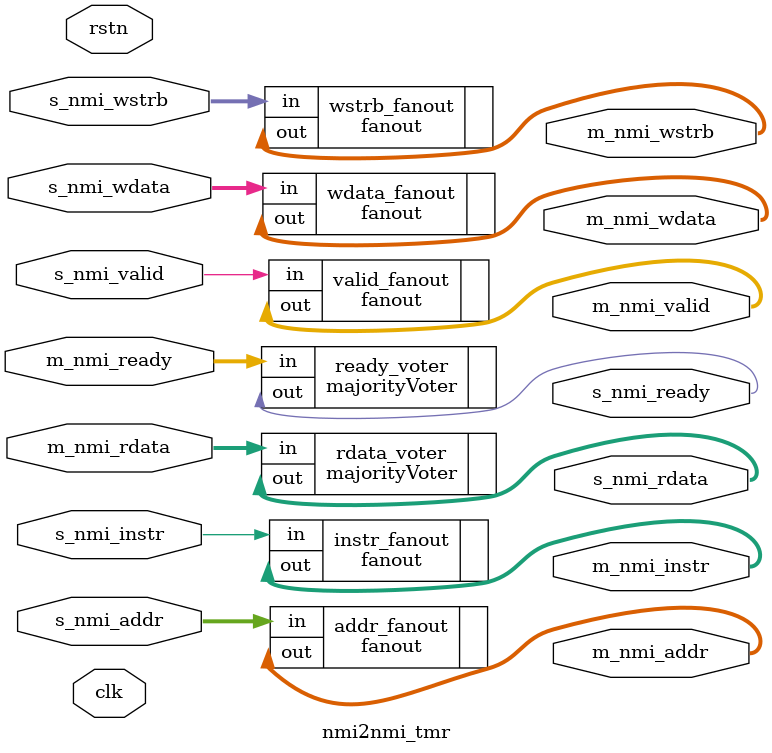
<source format=v>
module nmi2nmi_tmr #(
    parameter DATA_WIDTH = 32,
    parameter ADDR_WIDTH = 32,

    parameter WSTRB_WIDTH = (DATA_WIDTH-1)/8+1 // 4 bits for 32 data
)(
    input   wire clk,
    input   wire rstn,
    
    // PicoRV32 Native Memory Interface
    input   wire                     s_nmi_valid,
    input   wire                     s_nmi_instr,
	output  wire                     s_nmi_ready,
	input   wire [ADDR_WIDTH-1:0]    s_nmi_addr,
	input   wire [DATA_WIDTH-1:0]    s_nmi_wdata,
	input   wire [WSTRB_WIDTH-1:0]   s_nmi_wstrb,
	output  wire [DATA_WIDTH-1:0]    s_nmi_rdata,

    // NMI triplicated output
    output   wire [2:0]                 m_nmi_valid,
    output   wire [2:0]                 m_nmi_instr,
	input    wire [2:0]                 m_nmi_ready,
	output   wire [3*ADDR_WIDTH-1:0]    m_nmi_addr,
	output   wire [3*DATA_WIDTH-1:0]    m_nmi_wdata,
	output   wire [3*WSTRB_WIDTH-1:0]   m_nmi_wstrb,
	input    wire [3*DATA_WIDTH-1:0]    m_nmi_rdata
);

    fanout                       valid_fanout (.in(s_nmi_valid), .out(m_nmi_valid));
    fanout                       instr_fanout (.in(s_nmi_instr), .out(m_nmi_instr));
    fanout #(.WIDTH(ADDR_WIDTH)) addr_fanout  (.in(s_nmi_addr), .out(m_nmi_addr));
    fanout #(.WIDTH(DATA_WIDTH)) wdata_fanout (.in(s_nmi_wdata), .out(m_nmi_wdata));
    fanout #(.WIDTH(WSTRB_WIDTH))wstrb_fanout (.in(s_nmi_wstrb), .out(m_nmi_wstrb));

    majorityVoter ready_voter (.in(m_nmi_ready), .out(s_nmi_ready)); 
    majorityVoter #(.WIDTH(DATA_WIDTH)) rdata_voter (.in(m_nmi_rdata), .out(s_nmi_rdata)); 
endmodule


</source>
